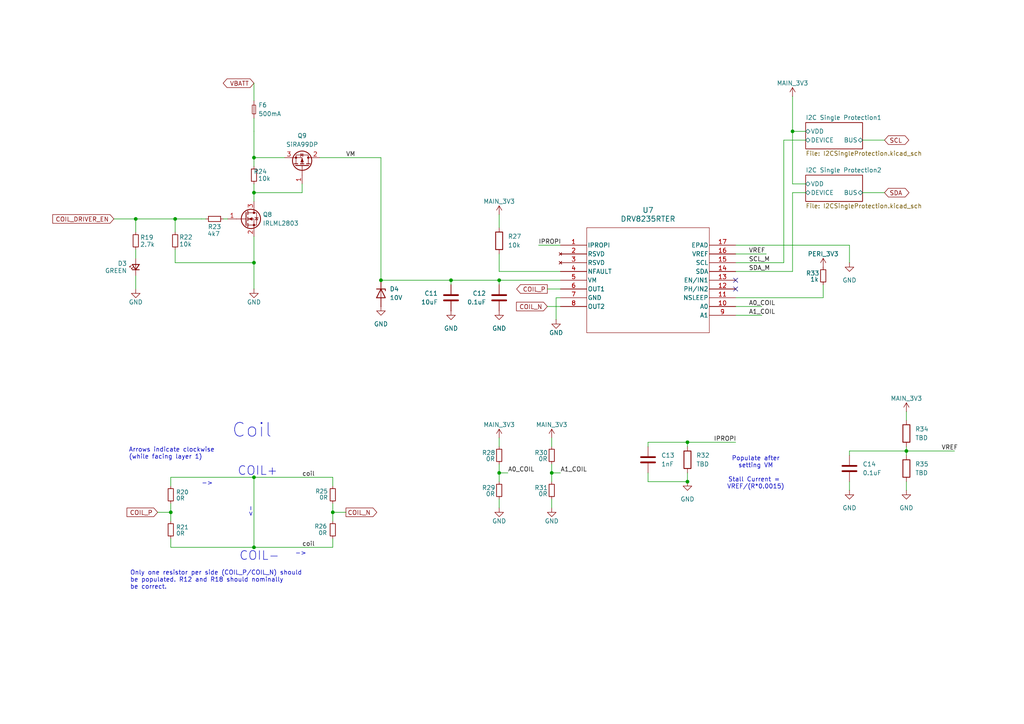
<source format=kicad_sch>
(kicad_sch (version 20231120) (generator "eeschema") (generator_version "8.0")
  (paper "A4")
  (lib_symbols
    (symbol "Argus-IC:DRV8235RTER" (pin_names (offset 0.254))
      (property "Reference" "U" (at 25.4 10.16 0))
      (property "Value" "DRV8235RTER" (at 25.4 7.62 0))
      (symbol "DRV8235RTER_0_1"
        (polyline (pts (xy 7.62 -25.4) (xy 43.18 -25.4)) (stroke (width 0.127)))
        (polyline (pts (xy 7.62 5.08) (xy 7.62 -25.4)) (stroke (width 0.127)))
        (polyline (pts (xy 43.18 -25.4) (xy 43.18 5.08)) (stroke (width 0.127)))
        (polyline (pts (xy 43.18 5.08) (xy 7.62 5.08)) (stroke (width 0.127)))
        (pin power_in line (at 0 0 0) (length 7.62) (name "IPROPI") (number "1"))
        (pin input line (at 50.8 -17.78 180) (length 7.62) (name "A0") (number "10"))
        (pin input line (at 50.8 -15.24 180) (length 7.62) (name "NSLEEP") (number "11"))
        (pin input line (at 50.8 -12.7 180) (length 7.62) (name "PH/IN2") (number "12"))
        (pin input line (at 50.8 -10.16 180) (length 7.62) (name "EN/IN1") (number "13"))
        (pin input line (at 50.8 -7.62 180) (length 7.62) (name "SDA") (number "14"))
        (pin input line (at 50.8 -5.08 180) (length 7.62) (name "SCL") (number "15"))
        (pin input line (at 50.8 -2.54 180) (length 7.62) (name "VREF") (number "16"))
        (pin power_out line (at 50.8 0 180) (length 7.62) (name "EPAD") (number "17"))
        (pin no_connect line (at 0 -2.54 0) (length 7.62) (name "RSVD") (number "2"))
        (pin no_connect line (at 0 -5.08 0) (length 7.62) (name "RSVD") (number "3"))
        (pin output line (at 0 -7.62 0) (length 7.62) (name "NFAULT") (number "4"))
        (pin power_in line (at 0 -10.16 0) (length 7.62) (name "VM") (number "5"))
        (pin output line (at 0 -12.7 0) (length 7.62) (name "OUT1") (number "6"))
        (pin power_out line (at 0 -15.24 0) (length 7.62) (name "GND") (number "7"))
        (pin output line (at 0 -17.78 0) (length 7.62) (name "OUT2") (number "8"))
        (pin input line (at 50.8 -20.32 180) (length 7.62) (name "A1") (number "9"))
      )
    )
    (symbol "Argus-IC:IRLML2803" (pin_names hide)
      (property "Reference" "Q23" (at 2.54 1.27 0))
      (property "Value" "IRLML2803" (at 2.54 -1.27 0))
      (symbol "IRLML2803_0_1"
        (circle (center -0.889 0) (radius 2.794) (stroke (width 0.254)))
        (circle (center 0 -1.778) (radius 0.254) (fill (type outline)))
        (polyline (pts (xy -2.286 0) (xy -5.08 0)))
        (polyline (pts (xy -2.286 1.905) (xy -2.286 -1.905)) (stroke (width 0.254)))
        (polyline (pts (xy -1.778 -1.27) (xy -1.778 -2.286)) (stroke (width 0.254)))
        (polyline (pts (xy -1.778 0.508) (xy -1.778 -0.508)) (stroke (width 0.254)))
        (polyline (pts (xy -1.778 2.286) (xy -1.778 1.27)) (stroke (width 0.254)))
        (polyline (pts (xy 0 2.54) (xy 0 1.778)))
        (polyline (pts (xy 0 -2.54) (xy 0 0) (xy -1.778 0)))
        (polyline (pts (xy -1.778 -1.778) (xy 0.762 -1.778) (xy 0.762 1.778) (xy -1.778 1.778)))
        (polyline (pts (xy -1.524 0) (xy -0.508 0.381) (xy -0.508 -0.381) (xy -1.524 0)) (fill (type outline)))
        (polyline (pts (xy 0.254 0.508) (xy 0.381 0.381) (xy 1.143 0.381) (xy 1.27 0.254)))
        (polyline (pts (xy 0.762 0.381) (xy 0.381 -0.254) (xy 1.143 -0.254) (xy 0.762 0.381)))
        (circle (center 0 1.778) (radius 0.254) (fill (type outline)))
      )
      (symbol "IRLML2803_1_1"
        (pin input line (at -7.62 0 0) (length 2.54) (name "G") (number "1"))
        (pin passive line (at 0 -5.08 90) (length 2.54) (name "S") (number "2"))
        (pin passive line (at 0 5.08 270) (length 2.54) (name "D") (number "3"))
      )
    )
    (symbol "Argus-IC:Q_PMOS_GDS" (pin_names (offset 0) hide)
      (property "Reference" "Q" (at 5.08 1.27 0))
      (property "Value" "Q_PMOS_GDS" (at 5.08 -1.27 0))
      (symbol "Q_PMOS_GDS_0_1"
        (polyline (pts (xy 0.254 0) (xy -2.54 0)))
        (polyline (pts (xy 0.254 1.905) (xy 0.254 -1.905)) (stroke (width 0.254)))
        (polyline (pts (xy 0.762 -1.27) (xy 0.762 -2.286)) (stroke (width 0.254)))
        (polyline (pts (xy 0.762 0.508) (xy 0.762 -0.508)) (stroke (width 0.254)))
        (polyline (pts (xy 0.762 2.286) (xy 0.762 1.27)) (stroke (width 0.254)))
        (polyline (pts (xy 2.54 2.54) (xy 2.54 1.778)))
        (polyline (pts (xy 2.54 -2.54) (xy 2.54 0) (xy 0.762 0)))
        (polyline (pts (xy 0.762 1.778) (xy 3.302 1.778) (xy 3.302 -1.778) (xy 0.762 -1.778)))
        (polyline (pts (xy 2.286 0) (xy 1.27 0.381) (xy 1.27 -0.381) (xy 2.286 0)) (fill (type outline)))
        (polyline (pts (xy 2.794 -0.508) (xy 2.921 -0.381) (xy 3.683 -0.381) (xy 3.81 -0.254)))
        (polyline (pts (xy 3.302 -0.381) (xy 2.921 0.254) (xy 3.683 0.254) (xy 3.302 -0.381)))
        (circle (center 1.651 0) (radius 2.794) (stroke (width 0.254)))
        (circle (center 2.54 -1.778) (radius 0.254) (fill (type outline)))
        (circle (center 2.54 1.778) (radius 0.254) (fill (type outline)))
      )
      (symbol "Q_PMOS_GDS_1_1"
        (pin input line (at -5.08 0 0) (length 2.54) (name "G") (number "1"))
        (pin passive line (at 2.54 5.08 270) (length 2.54) (name "D") (number "2"))
        (pin passive line (at 2.54 -5.08 90) (length 2.54) (name "S") (number "3"))
      )
    )
    (symbol "Device:C" (pin_numbers hide) (pin_names (offset 0.254))
      (property "Reference" "C" (at 0.635 2.54 0))
      (property "Value" "C" (at 0.635 -2.54 0))
      (symbol "C_0_1"
        (polyline (pts (xy -2.032 -0.762) (xy 2.032 -0.762)) (stroke (width 0.508)))
        (polyline (pts (xy -2.032 0.762) (xy 2.032 0.762)) (stroke (width 0.508)))
      )
      (symbol "C_1_1"
        (pin passive line (at 0 3.81 270) (length 2.794) (name "~") (number "1"))
        (pin passive line (at 0 -3.81 90) (length 2.794) (name "~") (number "2"))
      )
    )
    (symbol "Device:Fuse_Small" (pin_numbers hide) (pin_names (offset 0.254) hide)
      (property "Reference" "F" (at 0 -1.524 0))
      (property "Value" "Fuse_Small" (at 0 1.524 0))
      (symbol "Fuse_Small_0_1"
        (rectangle (start -1.27 0.508) (end 1.27 -0.508))
        (polyline (pts (xy -1.27 0) (xy 1.27 0)))
      )
      (symbol "Fuse_Small_1_1"
        (pin passive line (at -2.54 0 0) (length 1.27) (name "~") (number "1"))
        (pin passive line (at 2.54 0 180) (length 1.27) (name "~") (number "2"))
      )
    )
    (symbol "Device:LED_Small" (pin_numbers hide) (pin_names (offset 0.254) hide)
      (property "Reference" "D" (at -1.27 3.175 0))
      (property "Value" "LED_Small" (at -4.445 -2.54 0))
      (symbol "LED_Small_0_1"
        (polyline (pts (xy -0.762 -1.016) (xy -0.762 1.016)) (stroke (width 0.254)))
        (polyline (pts (xy 1.016 0) (xy -0.762 0)))
        (polyline (pts (xy 0.762 -1.016) (xy -0.762 0) (xy 0.762 1.016) (xy 0.762 -1.016)) (stroke (width 0.254)))
        (polyline (pts (xy 0 0.762) (xy -0.508 1.27) (xy -0.254 1.27) (xy -0.508 1.27) (xy -0.508 1.016)))
        (polyline (pts (xy 0.508 1.27) (xy 0 1.778) (xy 0.254 1.778) (xy 0 1.778) (xy 0 1.524)))
      )
      (symbol "LED_Small_1_1"
        (pin passive line (at -2.54 0 0) (length 1.778) (name "K") (number "1"))
        (pin passive line (at 2.54 0 180) (length 1.778) (name "A") (number "2"))
      )
    )
    (symbol "Device:R" (pin_numbers hide) (pin_names (offset 0))
      (property "Reference" "R" (at 2.032 0 90))
      (property "Value" "R" (at 0 0 90))
      (symbol "R_0_1"
        (rectangle (start -1.016 -2.54) (end 1.016 2.54) (stroke (width 0.254)))
      )
      (symbol "R_1_1"
        (pin passive line (at 0 3.81 270) (length 1.27) (name "~") (number "1"))
        (pin passive line (at 0 -3.81 90) (length 1.27) (name "~") (number "2"))
      )
    )
    (symbol "Device:R_Small" (pin_numbers hide) (pin_names (offset 0.254) hide)
      (property "Reference" "R" (at 0.762 0.508 0))
      (property "Value" "R_Small" (at 0.762 -1.016 0))
      (symbol "R_Small_0_1"
        (rectangle (start -0.762 1.778) (end 0.762 -1.778) (stroke (width 0.2032)))
      )
      (symbol "R_Small_1_1"
        (pin passive line (at 0 2.54 270) (length 0.762) (name "~") (number "1"))
        (pin passive line (at 0 -2.54 90) (length 0.762) (name "~") (number "2"))
      )
    )
    (symbol "Diode:PTVS10VZ1USK" (pin_numbers hide) (pin_names hide)
      (property "Reference" "D" (at 0 2.54 0))
      (property "Value" "PTVS10VZ1USK" (at 0 -2.54 0))
      (symbol "PTVS10VZ1USK_0_1"
        (polyline (pts (xy 1.27 0) (xy -1.27 0)))
        (polyline (pts (xy -1.27 -1.27) (xy -1.27 1.27) (xy -0.762 1.27)) (stroke (width 0.254)))
        (polyline (pts (xy 1.27 -1.27) (xy 1.27 1.27) (xy -1.27 0) (xy 1.27 -1.27)) (stroke (width 0.254)))
      )
      (symbol "PTVS10VZ1USK_1_1"
        (pin passive line (at -3.81 0 0) (length 2.54) (name "K") (number "1"))
        (pin passive line (at 3.81 0 180) (length 2.54) (name "A") (number "2"))
      )
    )
    (symbol "power:+3.3V" (power) (pin_numbers hide) (pin_names (offset 0) hide)
      (property "Value" "+3.3V" (at 0 3.556 0))
      (symbol "+3.3V_0_1"
        (polyline (pts (xy -0.762 1.27) (xy 0 2.54)))
        (polyline (pts (xy 0 0) (xy 0 2.54)))
        (polyline (pts (xy 0 2.54) (xy 0.762 1.27)))
      )
      (symbol "+3.3V_1_1"
        (pin power_in line (at 0 0 90) (length 0) (name "~") (number "1"))
      )
    )
    (symbol "power:GND" (power) (pin_numbers hide) (pin_names (offset 0) hide)
      (property "Value" "GND" (at 0 -3.81 0))
      (symbol "GND_0_1"
        (polyline (pts (xy 0 0) (xy 0 -1.27) (xy 1.27 -1.27) (xy 0 -2.54) (xy -1.27 -1.27) (xy 0 -1.27)))
      )
      (symbol "GND_1_1"
        (pin power_in line (at 0 0 270) (length 0) (name "~") (number "1"))
      )
    )
  )
  (junction (at 39.37 63.5))
  (junction (at 73.66 138.43))
  (junction (at 229.87 38.1))
  (junction (at 73.66 55.88))
  (junction (at 73.66 76.2))
  (junction (at 144.78 81.28))
  (junction (at 144.78 137.16))
  (junction (at 49.53 148.59))
  (junction (at 73.66 45.72))
  (junction (at 199.39 139.7))
  (junction (at 160.02 137.16))
  (junction (at 199.39 128.27))
  (junction (at 50.8 63.5))
  (junction (at 262.89 130.81))
  (junction (at 96.52 148.59))
  (junction (at 73.66 158.75))
  (junction (at 130.81 81.28))
  (junction (at 110.49 81.28))
  (no_connect (at 213.36 81.28))
  (no_connect (at 213.36 83.82))
  (wire (pts (xy 144.78 144.78) (xy 144.78 147.32)))
  (wire (pts (xy 229.87 38.1) (xy 229.87 53.34)))
  (wire (pts (xy 250.19 55.88) (xy 256.54 55.88)))
  (wire (pts (xy 213.36 71.12) (xy 246.38 71.12)))
  (wire (pts (xy 144.78 62.23) (xy 144.78 66.04)))
  (wire (pts (xy 238.76 82.55) (xy 238.76 86.36)))
  (wire (pts (xy 96.52 148.59) (xy 96.52 151.13)))
  (wire (pts (xy 73.66 24.13) (xy 73.66 29.21)))
  (wire (pts (xy 144.78 137.16) (xy 147.32 137.16)))
  (wire (pts (xy 39.37 63.5) (xy 39.37 67.31)) (stroke (width 0.1524)))
  (wire (pts (xy 45.72 148.59) (xy 49.53 148.59)))
  (wire (pts (xy 156.21 71.12) (xy 162.56 71.12)))
  (wire (pts (xy 73.66 138.43) (xy 96.52 138.43)))
  (wire (pts (xy 213.36 78.74) (xy 229.87 78.74)))
  (wire (pts (xy 73.66 55.88) (xy 73.66 58.42)) (stroke (width 0.1524)))
  (wire (pts (xy 100.33 148.59) (xy 96.52 148.59)))
  (wire (pts (xy 130.81 82.55) (xy 130.81 81.28)))
  (wire (pts (xy 213.36 88.9) (xy 220.98 88.9)))
  (wire (pts (xy 160.02 144.78) (xy 160.02 147.32)))
  (wire (pts (xy 227.33 40.64) (xy 233.68 40.64)))
  (wire (pts (xy 262.89 129.54) (xy 262.89 130.81)))
  (wire (pts (xy 162.56 86.36) (xy 161.29 86.36)))
  (wire (pts (xy 262.89 130.81) (xy 262.89 132.08)))
  (wire (pts (xy 73.66 158.75) (xy 96.52 158.75)))
  (wire (pts (xy 49.53 138.43) (xy 73.66 138.43)))
  (wire (pts (xy 50.8 63.5) (xy 50.8 67.31)) (stroke (width 0.1524)))
  (wire (pts (xy 160.02 134.62) (xy 160.02 137.16)))
  (wire (pts (xy 229.87 27.94) (xy 229.87 38.1)))
  (wire (pts (xy 199.39 128.27) (xy 187.96 128.27)))
  (wire (pts (xy 229.87 78.74) (xy 229.87 55.88)))
  (wire (pts (xy 262.89 130.81) (xy 276.86 130.81)))
  (wire (pts (xy 144.78 82.55) (xy 144.78 81.28)))
  (wire (pts (xy 160.02 137.16) (xy 162.56 137.16)))
  (wire (pts (xy 213.36 76.2) (xy 227.33 76.2)))
  (wire (pts (xy 39.37 72.39) (xy 39.37 74.93)))
  (wire (pts (xy 158.75 83.82) (xy 162.56 83.82)))
  (wire (pts (xy 73.66 55.88) (xy 87.63 55.88)) (stroke (width 0.1524)))
  (wire (pts (xy 39.37 83.82) (xy 39.37 80.01)))
  (wire (pts (xy 130.81 81.28) (xy 144.78 81.28)))
  (wire (pts (xy 246.38 71.12) (xy 246.38 76.2)))
  (wire (pts (xy 49.53 146.05) (xy 49.53 148.59)))
  (wire (pts (xy 39.37 63.5) (xy 33.02 63.5)) (stroke (width 0.1524)))
  (wire (pts (xy 144.78 78.74) (xy 162.56 78.74)))
  (wire (pts (xy 73.66 34.29) (xy 73.66 38.1)))
  (wire (pts (xy 144.78 127) (xy 144.78 129.54)))
  (wire (pts (xy 64.77 63.5) (xy 66.04 63.5)))
  (wire (pts (xy 144.78 81.28) (xy 162.56 81.28)))
  (wire (pts (xy 246.38 130.81) (xy 262.89 130.81)))
  (wire (pts (xy 213.36 91.44) (xy 220.98 91.44)))
  (wire (pts (xy 73.66 45.72) (xy 82.55 45.72)) (stroke (width 0.1524)))
  (wire (pts (xy 187.96 128.27) (xy 187.96 129.54)))
  (wire (pts (xy 110.49 81.28) (xy 110.49 45.72)))
  (wire (pts (xy 199.39 139.7) (xy 199.39 137.16)))
  (wire (pts (xy 73.66 83.82) (xy 73.66 76.2)))
  (wire (pts (xy 73.66 38.1) (xy 73.66 45.72)) (stroke (width 0.1524)))
  (wire (pts (xy 144.78 134.62) (xy 144.78 137.16)))
  (wire (pts (xy 87.63 55.88) (xy 87.63 53.34)) (stroke (width 0.1524)))
  (wire (pts (xy 144.78 137.16) (xy 144.78 139.7)))
  (wire (pts (xy 262.89 139.7) (xy 262.89 142.24)))
  (wire (pts (xy 199.39 128.27) (xy 199.39 129.54)))
  (wire (pts (xy 144.78 73.66) (xy 144.78 78.74)))
  (wire (pts (xy 229.87 55.88) (xy 233.68 55.88)))
  (wire (pts (xy 233.68 53.34) (xy 229.87 53.34)))
  (wire (pts (xy 58.42 63.5) (xy 59.69 63.5)))
  (wire (pts (xy 96.52 146.05) (xy 96.52 148.59)))
  (wire (pts (xy 49.53 158.75) (xy 73.66 158.75)))
  (wire (pts (xy 161.29 86.36) (xy 161.29 92.71)))
  (wire (pts (xy 227.33 76.2) (xy 227.33 40.64)))
  (wire (pts (xy 160.02 137.16) (xy 160.02 139.7)))
  (wire (pts (xy 73.66 68.58) (xy 73.66 76.2)))
  (wire (pts (xy 229.87 38.1) (xy 233.68 38.1)))
  (wire (pts (xy 49.53 156.21) (xy 49.53 158.75)))
  (wire (pts (xy 49.53 138.43) (xy 49.53 140.97)))
  (wire (pts (xy 49.53 148.59) (xy 49.53 151.13)))
  (wire (pts (xy 50.8 76.2) (xy 50.8 72.39)))
  (wire (pts (xy 187.96 137.16) (xy 187.96 139.7)))
  (wire (pts (xy 262.89 119.38) (xy 262.89 121.92)))
  (wire (pts (xy 158.75 88.9) (xy 162.56 88.9)))
  (wire (pts (xy 110.49 81.28) (xy 130.81 81.28)))
  (wire (pts (xy 73.66 53.34) (xy 73.66 55.88)))
  (wire (pts (xy 73.66 45.72) (xy 73.66 48.26)))
  (wire (pts (xy 39.37 63.5) (xy 50.8 63.5)) (stroke (width 0.1524)))
  (wire (pts (xy 160.02 127) (xy 160.02 129.54)))
  (wire (pts (xy 50.8 63.5) (xy 58.42 63.5)) (stroke (width 0.1524)))
  (wire (pts (xy 92.71 45.72) (xy 110.49 45.72)))
  (wire (pts (xy 96.52 138.43) (xy 96.52 140.97)))
  (wire (pts (xy 213.36 73.66) (xy 222.25 73.66)))
  (wire (pts (xy 213.36 86.36) (xy 238.76 86.36)))
  (wire (pts (xy 187.96 139.7) (xy 199.39 139.7)))
  (wire (pts (xy 246.38 130.81) (xy 246.38 132.08)))
  (wire (pts (xy 50.8 76.2) (xy 73.66 76.2)))
  (wire (pts (xy 199.39 128.27) (xy 213.36 128.27)))
  (wire (pts (xy 96.52 156.21) (xy 96.52 158.75)))
  (wire (pts (xy 246.38 139.7) (xy 246.38 142.24)))
  (wire (pts (xy 250.19 40.64) (xy 256.54 40.64)))
  (wire (pts (xy 73.66 138.43) (xy 73.66 158.75)))
  (text "->" (at 58.42 140.97 0) (effects (font (size 1.27 1.27)) (justify left bottom)))
  (text "COIL+" (at 68.834 138.176 0) (effects (font (size 2.54 2.54)) (justify left bottom)))
  (text "Coil" (at 67.183 127.254 0) (effects (font (size 4 4)) (justify left bottom)))
  (text "Arrows indicate clockwise\n(while facing layer 1)" (at 37.338 133.35 0) (effects (font (size 1.27 1.27)) (justify left bottom)))
  (text "Only one resistor per side (COIL_P/COIL_N) should \nbe populated. R12 and R18 should nominally \nbe correct." (at 37.719 171.069 0) (effects (font (size 1.27 1.27)) (justify left bottom)))
  (text "->" (at 88.9 161.29 0) (effects (font (size 1.27 1.27)) (justify right bottom)))
  (text "COIL-" (at 69.342 162.814 0) (effects (font (size 2.54 2.54)) (justify left bottom)))
  (text "Populate after\nsetting VM\n\nStall Current = \nVREF/(R*0.0015)" (at 219.202 137.16 0) (effects (font (size 1.27 1.27))))
  (text "<-" (at 73.406 150.114 90) (effects (font (size 1.27 1.27)) (justify left bottom)))
  (label "VM" (at 100.33 45.72 0))
  (label "IPROPI" (at 207.01 128.27 0))
  (label "VREF" (at 273.05 130.81 0))
  (label "A1_COIL" (at 217.17 91.44 0))
  (label "coil" (at 87.63 158.75 0))
  (label "SDA_M" (at 217.17 78.74 0))
  (label "SCL_M" (at 217.17 76.2 0))
  (label "A0_COIL" (at 217.17 88.9 0))
  (label "A1_COIL" (at 162.56 137.16 0))
  (label "A0_COIL" (at 147.32 137.16 0))
  (label "IPROPI" (at 156.21 71.12 0))
  (label "coil" (at 87.63 138.43 0))
  (label "VREF" (at 217.17 73.66 0))
  (global_label "COIL_DRIVER_EN" (shape input) (at 33.02 63.5 180) (property "Intersheetrefs" "${INTERSHEET_REFS}" (effects (hide yes))))
  (global_label "COIL_N" (shape output) (at 100.33 148.59 0) (property "Intersheetrefs" "${INTERSHEET_REFS}" (effects (hide yes))))
  (global_label "SCL" (shape bidirectional) (at 256.54 40.64 0) (property "Intersheetrefs" "${INTERSHEET_REFS}" (effects (hide yes))))
  (global_label "VBATT" (shape bidirectional) (at 73.66 24.13 180) (property "Intersheetrefs" "${INTERSHEET_REFS}" (effects (hide yes))))
  (global_label "COIL_P" (shape output) (at 158.75 83.82 180) (property "Intersheetrefs" "${INTERSHEET_REFS}" (effects (hide yes))))
  (global_label "COIL_N" (shape input) (at 158.75 88.9 180) (property "Intersheetrefs" "${INTERSHEET_REFS}" (effects (hide yes))))
  (global_label "SDA" (shape bidirectional) (at 256.54 55.88 0) (property "Intersheetrefs" "${INTERSHEET_REFS}" (effects (hide yes))))
  (global_label "COIL_P" (shape input) (at 45.72 148.59 180) (property "Intersheetrefs" "${INTERSHEET_REFS}" (effects (hide yes))))
  (symbol (lib_id "Device:C") (at 130.81 86.36 0) (mirror y) (unit 1)
    (property "Reference" "C11" (at 127 85.0899 0) (effects (justify left)))
    (property "Value" "10uF" (at 127 87.6299 0) (effects (justify left)))
    (property "Footprint" "Capacitor_SMD:C_1210_3225Metric" (effects (hide yes)))
    (property "Description" "Unpolarized capacitor" (effects (hide yes)))
  )
  (symbol (lib_id "Device:R") (at 262.89 125.73 0) (unit 1)
    (property "Reference" "R34" (at 265.43 124.4599 0) (effects (justify left)))
    (property "Value" "TBD" (at 265.43 126.9999 0) (effects (justify left)))
    (property "Footprint" "Resistor_SMD:R_0603_1608Metric" (effects (hide yes)))
    (property "Description" "Resistor" (effects (hide yes)))
  )
  (symbol (lib_id "Argus-IC:DRV8235RTER") (at 162.56 71.12 0) (unit 1)
    (property "Reference" "U7" (at 187.96 60.96 0) (effects (font (size 1.524 1.524))))
    (property "Value" "DRV8235RTER" (at 187.96 63.5 0) (effects (font (size 1.524 1.524))))
    (property "Footprint" "Argus-IC:WQFN16_RTE_TEX" (effects (hide yes)))
    (property "Datasheet" "DRV8235RTER" (effects (hide yes)))
  )
  (symbol (lib_id "Device:R_Small") (at 39.37 69.85 0) (unit 1)
    (property "Reference" "R19" (at 40.64 69.596 0) (effects (justify left bottom)))
    (property "Value" "2.7k" (at 40.64 71.628 0) (effects (justify left bottom)))
    (property "Footprint" "Resistor_SMD:R_0603_1608Metric" (effects (hide yes)))
    (property "Description" "Resistor, small symbol" (effects (hide yes)))
    (property "DIS" "Digi-Key" (effects (hide yes)))
    (property "DPN" "A129693CT-ND" (effects (hide yes)))
    (property "MFR" "TE" (effects (hide yes)))
    (property "MPN" "CRGCQ0603F2K7" (effects (hide yes)))
  )
  (symbol (lib_id "power:GND") (at 199.39 139.7 0) (unit 1)
    (property "Reference" "#PWR031" (effects (hide yes)))
    (property "Value" "GND" (at 199.39 144.78 0))
    (property "Description" "Power symbol creates a global label with name \"GND\" , ground" (effects (hide yes)))
  )
  (symbol (lib_id "power:GND") (at 246.38 76.2 0) (unit 1)
    (property "Reference" "#PWR034" (effects (hide yes)))
    (property "Value" "GND" (at 246.38 81.28 0))
    (property "Description" "Power symbol creates a global label with name \"GND\" , ground" (effects (hide yes)))
  )
  (symbol (lib_id "power:GND") (at 130.81 90.17 0) (mirror y) (unit 1)
    (property "Reference" "#PWR023" (effects (hide yes)))
    (property "Value" "GND" (at 130.81 95.25 0))
    (property "Description" "Power symbol creates a global label with name \"GND\" , ground" (effects (hide yes)))
  )
  (symbol (lib_id "Device:C") (at 246.38 135.89 0) (unit 1)
    (property "Reference" "C14" (at 250.19 134.6199 0) (effects (justify left)))
    (property "Value" "0.1uF" (at 250.19 137.1599 0) (effects (justify left)))
    (property "Footprint" "Capacitor_SMD:C_0603_1608Metric" (effects (hide yes)))
    (property "Description" "Unpolarized capacitor" (effects (hide yes)))
  )
  (symbol (lib_id "power:GND") (at 246.38 142.24 0) (unit 1)
    (property "Reference" "#PWR035" (effects (hide yes)))
    (property "Value" "GND" (at 246.38 147.32 0))
    (property "Description" "Power symbol creates a global label with name \"GND\" , ground" (effects (hide yes)))
  )
  (symbol (lib_id "power:GND") (at 73.66 83.82 0) (mirror y) (unit 1)
    (property "Reference" "#GND02" (effects (hide yes)))
    (property "Value" "GND" (at 73.66 87.63 0))
    (property "Description" "Power symbol creates a global label with name \"GND\" , ground" (effects (hide yes)))
  )
  (symbol (lib_id "power:GND") (at 262.89 142.24 0) (unit 1)
    (property "Reference" "#PWR037" (effects (hide yes)))
    (property "Value" "GND" (at 262.89 147.32 0))
    (property "Description" "Power symbol creates a global label with name \"GND\" , ground" (effects (hide yes)))
  )
  (symbol (lib_id "power:+3.3V") (at 144.78 62.23 0) (unit 1)
    (property "Reference" "#PWR024" (effects (hide yes)))
    (property "Value" "MAIN_3V3" (at 144.78 58.42 0))
    (property "Description" "Power symbol creates a global label with name \"+3.3V\"" (effects (hide yes)))
  )
  (symbol (lib_id "Diode:PTVS10VZ1USK") (at 110.49 85.09 270) (unit 1)
    (property "Reference" "D4" (at 113.03 83.8199 90) (effects (justify left)))
    (property "Value" "10V" (at 113.03 86.3599 90) (effects (justify left)))
    (property "Footprint" "Diode_SMD:Nexperia_DSN1608-2_1.6x0.8mm" (effects (hide yes)))
    (property "Datasheet" "https://assets.nexperia.com/documents/data-sheet/PTVS10VZ1USK.pdf" (effects (hide yes)))
    (property "Description" "10V, 2000W TVS unidirectional diode, DSN1608-2" (effects (hide yes)))
  )
  (symbol (lib_id "power:GND") (at 144.78 147.32 0) (unit 1)
    (property "Reference" "#PWR027" (effects (hide yes)))
    (property "Value" "GND" (at 144.78 151.13 0))
    (property "Description" "Power symbol creates a global label with name \"GND\" , ground" (effects (hide yes)))
  )
  (symbol (lib_id "power:GND") (at 161.29 92.71 0) (unit 1)
    (property "Reference" "#PWR030" (effects (hide yes)))
    (property "Value" "GND" (at 161.29 96.52 0))
    (property "Description" "Power symbol creates a global label with name \"GND\" , ground" (effects (hide yes)))
  )
  (symbol (lib_id "Argus-IC:Q_PMOS_GDS") (at 87.63 48.26 270) (mirror x) (unit 1)
    (property "Reference" "Q9" (at 87.63 39.37 90))
    (property "Value" "SiRA99DP" (at 87.63 41.91 90))
    (property "Footprint" "Argus-Miscellaneous:PowerPAK SO-8" (effects (hide yes)))
    (property "Description" "P-MOSFET transistor, gate/drain/source" (effects (hide yes)))
  )
  (symbol (lib_id "Device:R_Small") (at 96.52 143.51 180) (unit 1)
    (property "Reference" "R25" (at 91.44 142.494 0) (effects (font (size 1.2 1.2)) (justify right)))
    (property "Value" "0R" (at 92.583 144.272 0) (effects (font (size 1.2 1.2)) (justify right)))
    (property "Footprint" "Resistor_SMD:R_0603_1608Metric" (effects (hide yes)))
    (property "Description" "Resistor, small symbol" (effects (hide yes)))
  )
  (symbol (lib_id "power:+3.3V") (at 238.76 77.47 0) (unit 1)
    (property "Reference" "#PWR033" (effects (hide yes)))
    (property "Value" "PERI_3V3" (at 238.76 73.66 0))
    (property "Description" "Power symbol creates a global label with name \"+3.3V\"" (effects (hide yes)))
  )
  (symbol (lib_id "Device:R_Small") (at 96.52 153.67 180) (unit 1)
    (property "Reference" "R26" (at 91.186 152.654 0) (effects (font (size 1.2 1.2)) (justify right)))
    (property "Value" "0R" (at 92.329 154.559 0) (effects (font (size 1.2 1.2)) (justify right)))
    (property "Footprint" "Resistor_SMD:R_0603_1608Metric" (effects (hide yes)))
    (property "Description" "Resistor, small symbol" (effects (hide yes)))
  )
  (symbol (lib_id "Device:C") (at 187.96 133.35 0) (unit 1)
    (property "Reference" "C13" (at 191.77 132.0799 0) (effects (justify left)))
    (property "Value" "1nF" (at 191.77 134.6199 0) (effects (justify left)))
    (property "Footprint" "Capacitor_SMD:C_0603_1608Metric" (effects (hide yes)))
    (property "Description" "Unpolarized capacitor" (effects (hide yes)))
  )
  (symbol (lib_id "Device:R_Small") (at 238.76 80.01 0) (mirror x) (unit 1)
    (property "Reference" "R33" (at 235.712 79.248 0))
    (property "Value" "1k" (at 236.22 81.026 0))
    (property "Footprint" "Resistor_SMD:R_0603_1608Metric" (effects (hide yes)))
    (property "Description" "Resistor, small symbol" (effects (hide yes)))
  )
  (symbol (lib_id "Device:R") (at 144.78 69.85 0) (unit 1)
    (property "Reference" "R27" (at 147.32 68.5799 0) (effects (justify left)))
    (property "Value" "10k" (at 147.32 71.1199 0) (effects (justify left)))
    (property "Footprint" "Resistor_SMD:R_0603_1608Metric" (effects (hide yes)))
    (property "Description" "Resistor" (effects (hide yes)))
  )
  (symbol (lib_id "power:+3.3V") (at 144.78 127 0) (unit 1)
    (property "Reference" "#PWR026" (effects (hide yes)))
    (property "Value" "MAIN_3V3" (at 144.78 123.19 0))
    (property "Description" "Power symbol creates a global label with name \"+3.3V\"" (effects (hide yes)))
  )
  (symbol (lib_id "power:GND") (at 160.02 147.32 0) (unit 1)
    (property "Reference" "#PWR029" (effects (hide yes)))
    (property "Value" "GND" (at 160.02 151.13 0))
    (property "Description" "Power symbol creates a global label with name \"GND\" , ground" (effects (hide yes)))
  )
  (symbol (lib_id "Device:R_Small") (at 49.53 153.67 180) (unit 1)
    (property "Reference" "R21" (at 51.054 152.908 0) (effects (font (size 1.2 1.2)) (justify right)))
    (property "Value" "0R" (at 51.054 154.686 0) (effects (font (size 1.2 1.2)) (justify right)))
    (property "Footprint" "Resistor_SMD:R_0603_1608Metric" (effects (hide yes)))
    (property "Description" "Resistor, small symbol" (effects (hide yes)))
  )
  (symbol (lib_id "Device:R_Small") (at 160.02 132.08 0) (mirror x) (unit 1)
    (property "Reference" "R30" (at 156.972 131.318 0))
    (property "Value" "0R" (at 157.48 133.096 0))
    (property "Footprint" "Resistor_SMD:R_0603_1608Metric" (effects (hide yes)))
    (property "Description" "Resistor, small symbol" (effects (hide yes)))
  )
  (symbol (lib_id "Device:R") (at 199.39 133.35 0) (unit 1)
    (property "Reference" "R32" (at 201.93 132.0799 0) (effects (justify left)))
    (property "Value" "TBD" (at 201.93 134.6199 0) (effects (justify left)))
    (property "Footprint" "Resistor_SMD:R_0603_1608Metric" (effects (hide yes)))
    (property "Description" "Resistor" (effects (hide yes)))
  )
  (symbol (lib_id "Device:LED_Small") (at 39.37 77.47 90) (unit 1)
    (property "Reference" "D3" (at 36.83 75.692 90) (effects (justify left bottom)))
    (property "Value" "GREEN" (at 36.83 79.248 90) (effects (justify left top)))
    (property "Footprint" "LED_SMD:LED_0603_1608Metric" (effects (hide yes)))
    (property "Description" "Light emitting diode, small symbol" (effects (hide yes)))
    (property "DIS" "Digi-Key" (effects (hide yes)))
    (property "DPN" "1830-1064-1-ND" (effects (hide yes)))
    (property "MFR" "Inolux" (effects (hide yes)))
    (property "MPN" "IN-S63AT5A" (effects (hide yes)))
  )
  (symbol (lib_id "power:GND") (at 39.37 83.82 0) (mirror y) (unit 1)
    (property "Reference" "#GND01" (effects (hide yes)))
    (property "Value" "GND" (at 39.37 87.63 0))
    (property "Description" "Power symbol creates a global label with name \"GND\" , ground" (effects (hide yes)))
  )
  (symbol (lib_id "Device:R_Small") (at 144.78 142.24 0) (mirror x) (unit 1)
    (property "Reference" "R29" (at 141.732 141.478 0))
    (property "Value" "0R" (at 142.24 143.256 0))
    (property "Footprint" "Resistor_SMD:R_0603_1608Metric" (effects (hide yes)))
    (property "Description" "Resistor, small symbol" (effects (hide yes)))
  )
  (symbol (lib_id "Device:R_Small") (at 62.23 63.5 90) (unit 1)
    (property "Reference" "R23" (at 62.23 65.786 90))
    (property "Value" "4k7" (at 61.976 67.818 90))
    (property "Footprint" "Resistor_SMD:R_0603_1608Metric" (effects (hide yes)))
    (property "Description" "Resistor, small symbol" (effects (hide yes)))
  )
  (symbol (lib_id "Device:R") (at 262.89 135.89 0) (unit 1)
    (property "Reference" "R35" (at 265.43 134.6199 0) (effects (justify left)))
    (property "Value" "TBD" (at 265.43 137.1599 0) (effects (justify left)))
    (property "Footprint" "Resistor_SMD:R_0603_1608Metric" (effects (hide yes)))
    (property "Description" "Resistor" (effects (hide yes)))
  )
  (symbol (lib_id "Device:R_Small") (at 160.02 142.24 0) (mirror x) (unit 1)
    (property "Reference" "R31" (at 156.972 141.478 0))
    (property "Value" "0R" (at 157.48 143.256 0))
    (property "Footprint" "Resistor_SMD:R_0603_1608Metric" (effects (hide yes)))
    (property "Description" "Resistor, small symbol" (effects (hide yes)))
  )
  (symbol (lib_id "Device:R_Small") (at 49.53 143.51 180) (unit 1)
    (property "Reference" "R20" (at 51.054 142.748 0) (effects (font (size 1.2 1.2)) (justify right)))
    (property "Value" "0R" (at 51.054 144.526 0) (effects (font (size 1.2 1.2)) (justify right)))
    (property "Footprint" "Resistor_SMD:R_0603_1608Metric" (effects (hide yes)))
    (property "Description" "Resistor, small symbol" (effects (hide yes)))
  )
  (symbol (lib_id "power:GND") (at 110.49 88.9 0) (mirror y) (unit 1)
    (property "Reference" "#PWR022" (effects (hide yes)))
    (property "Value" "GND" (at 110.49 93.98 0))
    (property "Description" "Power symbol creates a global label with name \"GND\" , ground" (effects (hide yes)))
  )
  (symbol (lib_id "power:GND") (at 144.78 90.17 0) (mirror y) (unit 1)
    (property "Reference" "#PWR025" (effects (hide yes)))
    (property "Value" "GND" (at 144.78 95.25 0))
    (property "Description" "Power symbol creates a global label with name \"GND\" , ground" (effects (hide yes)))
  )
  (symbol (lib_id "power:+3.3V") (at 262.89 119.38 0) (unit 1)
    (property "Reference" "#PWR036" (effects (hide yes)))
    (property "Value" "MAIN_3V3" (at 262.89 115.57 0))
    (property "Description" "Power symbol creates a global label with name \"+3.3V\"" (effects (hide yes)))
  )
  (symbol (lib_id "Argus-IC:IRLML2803") (at 73.66 63.5 0) (unit 1)
    (property "Reference" "Q8" (at 76.2 62.23 0) (effects (justify left)))
    (property "Value" "IRLML2803" (at 76.2 64.77 0) (effects (justify left)))
    (property "Footprint" "Package_TO_SOT_SMD:SOT-23" (effects (hide yes)))
  )
  (symbol (lib_id "power:+3.3V") (at 160.02 127 0) (unit 1)
    (property "Reference" "#PWR028" (effects (hide yes)))
    (property "Value" "MAIN_3V3" (at 160.02 123.19 0))
    (property "Description" "Power symbol creates a global label with name \"+3.3V\"" (effects (hide yes)))
  )
  (symbol (lib_id "Device:R_Small") (at 50.8 69.85 180) (unit 1)
    (property "Reference" "R22" (at 55.88 68.072 0) (effects (justify left bottom)))
    (property "Value" "10k" (at 55.626 70.104 0) (effects (justify left bottom)))
    (property "Footprint" "Resistor_SMD:R_0603_1608Metric" (effects (hide yes)))
    (property "Description" "Resistor, small symbol" (effects (hide yes)))
    (property "DIS" "Digi-Key" (effects (hide yes)))
    (property "DPN" "311-10.0KHRCT-ND" (effects (hide yes)))
    (property "MFR" "Yageo" (effects (hide yes)))
    (property "MPN" "RC0603FR-0710KL" (effects (hide yes)))
  )
  (symbol (lib_id "Device:C") (at 144.78 86.36 0) (mirror y) (unit 1)
    (property "Reference" "C12" (at 140.97 85.0899 0) (effects (justify left)))
    (property "Value" "0.1uF" (at 140.97 87.6299 0) (effects (justify left)))
    (property "Footprint" "Capacitor_SMD:C_0603_1608Metric" (effects (hide yes)))
    (property "Description" "Unpolarized capacitor" (effects (hide yes)))
  )
  (symbol (lib_id "power:+3.3V") (at 229.87 27.94 0) (unit 1)
    (property "Reference" "#PWR032" (effects (hide yes)))
    (property "Value" "MAIN_3V3" (at 229.87 24.13 0))
    (property "Description" "Power symbol creates a global label with name \"+3.3V\"" (effects (hide yes)))
  )
  (symbol (lib_id "Device:Fuse_Small") (at 73.66 31.75 90) (unit 1)
    (property "Reference" "F6" (at 74.93 30.4799 90) (effects (justify right)))
    (property "Value" "500mA" (at 74.93 33.0199 90) (effects (justify right)))
    (property "Footprint" "Fuse:Fuse_0603_1608Metric" (effects (hide yes)))
    (property "Description" "Fuse, small symbol" (effects (hide yes)))
  )
  (symbol (lib_id "Device:R_Small") (at 144.78 132.08 0) (mirror x) (unit 1)
    (property "Reference" "R28" (at 141.732 131.318 0))
    (property "Value" "0R" (at 142.24 133.096 0))
    (property "Footprint" "Resistor_SMD:R_0603_1608Metric" (effects (hide yes)))
    (property "Description" "Resistor, small symbol" (effects (hide yes)))
  )
  (symbol (lib_id "Device:R_Small") (at 73.66 50.8 180) (unit 1)
    (property "Reference" "R24" (at 77.47 49.022 0) (effects (justify left bottom)))
    (property "Value" "10k" (at 78.486 51.054 0) (effects (justify left bottom)))
    (property "Footprint" "Resistor_SMD:R_0603_1608Metric" (effects (hide yes)))
    (property "Description" "Resistor, small symbol" (effects (hide yes)))
    (property "DIS" "Digi-Key" (effects (hide yes)))
    (property "DPN" "311-10.0KHRCT-ND" (effects (hide yes)))
    (property "MFR" "Yageo" (effects (hide yes)))
    (property "MPN" "RC0603FR-0710KL" (effects (hide yes)))
  )
  (sheet (at 233.68 50.8) (size 16.51 7.62) (stroke (width 0.1524))
    (property "Sheetname" "I2C Single Protection2" (at 233.68 50.0884 0) (effects (justify left bottom)))
    (property "Sheetfile" "I2CSingleProtection.kicad_sch" (at 233.68 59.0046 0) (effects (justify left top)))
    (pin "DEVICE" bidirectional (at 233.68 55.88 180))
    (pin "BUS" bidirectional (at 250.19 55.88 0))
    (pin "VDD" bidirectional (at 233.68 53.34 180))
  )
  (sheet (at 233.68 35.56) (size 16.51 7.62) (stroke (width 0.1524))
    (property "Sheetname" "I2C Single Protection1" (at 233.68 34.8484 0) (effects (justify left bottom)))
    (property "Sheetfile" "I2CSingleProtection.kicad_sch" (at 233.68 43.7646 0) (effects (justify left top)))
    (pin "DEVICE" bidirectional (at 233.68 40.64 180))
    (pin "BUS" bidirectional (at 250.19 40.64 0))
    (pin "VDD" bidirectional (at 233.68 38.1 180))
  )
)
</source>
